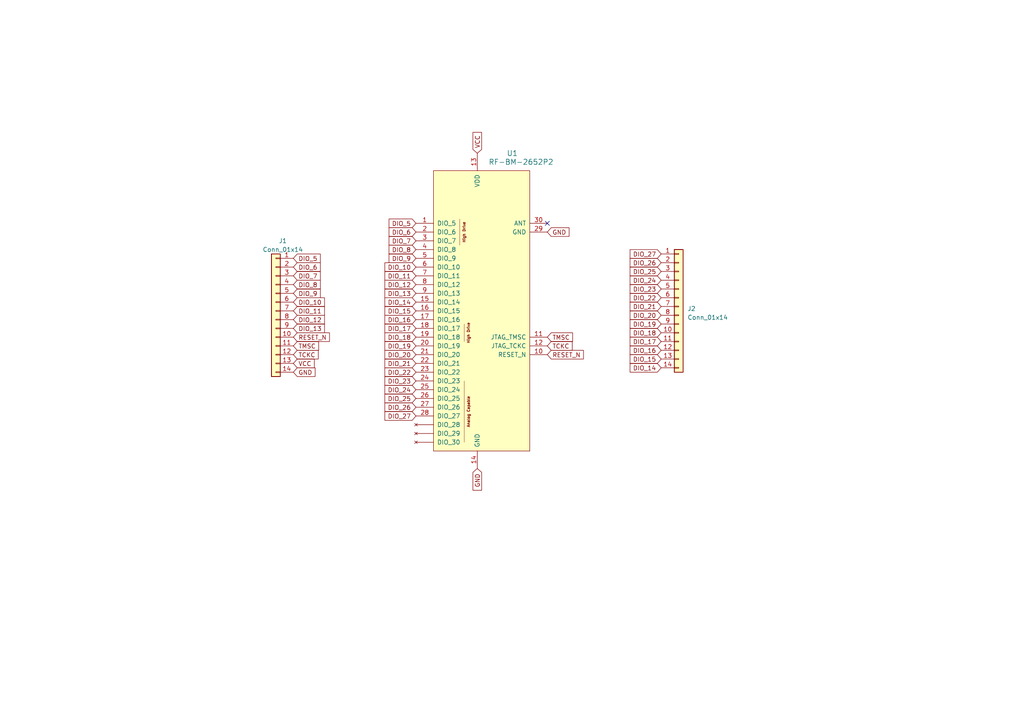
<source format=kicad_sch>
(kicad_sch (version 20210406) (generator eeschema)
  (paper "A4")
  (lib_symbols
    (symbol "Connector_Generic:Conn_01x14" (pin_names (offset 1.016) hide)
      (property "Reference" "J" (at 0 17.78 0))
      (property "Value" "Conn_01x14" (at 0 -20.32 0))
      (symbol "Conn_01x14_1_1"
        (rectangle (start -1.27 -17.653) (end 0 -17.907) (stroke (width 0.1524)))
        (rectangle (start -1.27 -15.113) (end 0 -15.367) (stroke (width 0.1524)))
        (rectangle (start -1.27 -12.573) (end 0 -12.827) (stroke (width 0.1524)))
        (rectangle (start -1.27 -10.033) (end 0 -10.287) (stroke (width 0.1524)))
        (rectangle (start -1.27 -7.493) (end 0 -7.747) (stroke (width 0.1524)))
        (rectangle (start -1.27 -4.953) (end 0 -5.207) (stroke (width 0.1524)))
        (rectangle (start -1.27 -2.413) (end 0 -2.667) (stroke (width 0.1524)))
        (rectangle (start -1.27 0.127) (end 0 -0.127) (stroke (width 0.1524)))
        (rectangle (start -1.27 2.667) (end 0 2.413) (stroke (width 0.1524)))
        (rectangle (start -1.27 5.207) (end 0 4.953) (stroke (width 0.1524)))
        (rectangle (start -1.27 7.747) (end 0 7.493) (stroke (width 0.1524)))
        (rectangle (start -1.27 10.287) (end 0 10.033) (stroke (width 0.1524)))
        (rectangle (start -1.27 12.827) (end 0 12.573) (stroke (width 0.1524)))
        (rectangle (start -1.27 15.367) (end 0 15.113) (stroke (width 0.1524)))
        (rectangle (start -1.27 16.51) (end 1.27 -19.05) (stroke (width 0.254)) (fill (type background)))
        (pin passive line (at -5.08 15.24 0) (length 3.81) (name "Pin_1") (number "1"))
        (pin passive line (at -5.08 -7.62 0) (length 3.81) (name "Pin_10") (number "10"))
        (pin passive line (at -5.08 -10.16 0) (length 3.81) (name "Pin_11") (number "11"))
        (pin passive line (at -5.08 -12.7 0) (length 3.81) (name "Pin_12") (number "12"))
        (pin passive line (at -5.08 -15.24 0) (length 3.81) (name "Pin_13") (number "13"))
        (pin passive line (at -5.08 -17.78 0) (length 3.81) (name "Pin_14") (number "14"))
        (pin passive line (at -5.08 12.7 0) (length 3.81) (name "Pin_2") (number "2"))
        (pin passive line (at -5.08 10.16 0) (length 3.81) (name "Pin_3") (number "3"))
        (pin passive line (at -5.08 7.62 0) (length 3.81) (name "Pin_4") (number "4"))
        (pin passive line (at -5.08 5.08 0) (length 3.81) (name "Pin_5") (number "5"))
        (pin passive line (at -5.08 2.54 0) (length 3.81) (name "Pin_6") (number "6"))
        (pin passive line (at -5.08 0 0) (length 3.81) (name "Pin_7") (number "7"))
        (pin passive line (at -5.08 -2.54 0) (length 3.81) (name "Pin_8") (number "8"))
        (pin passive line (at -5.08 -5.08 0) (length 3.81) (name "Pin_9") (number "9"))
      )
    )
    (symbol "Micron:RF-BM-2652P2" (pin_names (offset 1.016))
      (property "Reference" "U" (at -10.16 39.37 0))
      (property "Value" "RF-BM-2652P2" (at 10.16 -45.72 0))
      (symbol "RF-BM-2652P2_0_0"
        (text "Analog Capable" (at -2.54 -31.75 900) (effects (font (size 0.762 0.762))))
        (text "High Drive" (at -3.81 20.32 900) (effects (font (size 0.762 0.762))))
        (text "High Drive" (at -2.54 -8.89 900) (effects (font (size 0.762 0.762))))
      )
      (symbol "RF-BM-2652P2_0_1"
        (rectangle (start -12.7 38.1) (end 15.24 -43.18) (fill (type background)))
        (polyline (pts (xy -5.08 16.51) (xy -5.08 24.13)) (stroke (width 0.0762)))
        (polyline (pts (xy -3.81 -40.64) (xy -3.81 -22.86)) (stroke (width 0.0762)))
        (polyline (pts (xy -3.81 -11.43) (xy -3.81 -6.35)) (stroke (width 0.0762)))
      )
      (symbol "RF-BM-2652P2_1_1"
        (pin bidirectional line (at -17.78 22.86 0) (length 5.08) (name "DIO_5") (number "1"))
        (pin bidirectional line (at 20.32 -15.24 180) (length 5.08) (name "RESET_N") (number "10"))
        (pin bidirectional line (at 20.32 -10.16 180) (length 5.08) (name "JTAG_TMSC") (number "11"))
        (pin bidirectional line (at 20.32 -12.7 180) (length 5.08) (name "JTAG_TCKC") (number "12"))
        (pin power_in line (at 0 43.18 270) (length 5.08) (name "VDD") (number "13"))
        (pin power_in line (at 0 -48.26 90) (length 5.08) (name "GND") (number "14"))
        (pin bidirectional line (at -17.78 0 0) (length 5.08) (name "DIO_14") (number "15"))
        (pin bidirectional line (at -17.78 -2.54 0) (length 5.08) (name "DIO_15") (number "16"))
        (pin bidirectional line (at -17.78 -5.08 0) (length 5.08) (name "DIO_16") (number "17"))
        (pin bidirectional line (at -17.78 -7.62 0) (length 5.08) (name "DIO_17") (number "18"))
        (pin bidirectional line (at -17.78 -10.16 0) (length 5.08) (name "DIO_18") (number "19"))
        (pin bidirectional line (at -17.78 20.32 0) (length 5.08) (name "DIO_6") (number "2"))
        (pin bidirectional line (at -17.78 -12.7 0) (length 5.08) (name "DIO_19") (number "20"))
        (pin bidirectional line (at -17.78 -15.24 0) (length 5.08) (name "DIO_20") (number "21"))
        (pin bidirectional line (at -17.78 -17.78 0) (length 5.08) (name "DIO_21") (number "22"))
        (pin bidirectional line (at -17.78 -20.32 0) (length 5.08) (name "DIO_22") (number "23"))
        (pin bidirectional line (at -17.78 -22.86 0) (length 5.08) (name "DIO_23") (number "24"))
        (pin bidirectional line (at -17.78 -25.4 0) (length 5.08) (name "DIO_24") (number "25"))
        (pin bidirectional line (at -17.78 -27.94 0) (length 5.08) (name "DIO_25") (number "26"))
        (pin bidirectional line (at -17.78 -30.48 0) (length 5.08) (name "DIO_26") (number "27"))
        (pin bidirectional line (at -17.78 -33.02 0) (length 5.08) (name "DIO_27") (number "28"))
        (pin passive line (at 20.32 20.32 180) (length 5.08) (name "GND") (number "29"))
        (pin bidirectional line (at -17.78 17.78 0) (length 5.08) (name "DIO_7") (number "3"))
        (pin passive line (at 20.32 22.86 180) (length 5.08) (name "ANT") (number "30"))
        (pin bidirectional line (at -17.78 15.24 0) (length 5.08) (name "DIO_8") (number "4"))
        (pin bidirectional line (at -17.78 12.7 0) (length 5.08) (name "DIO_9") (number "5"))
        (pin bidirectional line (at -17.78 10.16 0) (length 5.08) (name "DIO_10") (number "6"))
        (pin bidirectional line (at -17.78 7.62 0) (length 5.08) (name "DIO_11") (number "7"))
        (pin bidirectional line (at -17.78 5.08 0) (length 5.08) (name "DIO_12") (number "8"))
        (pin bidirectional line (at -17.78 2.54 0) (length 5.08) (name "DIO_13") (number "9"))
        (pin no_connect line (at -17.78 -35.56 0) (length 5.08) (name "DIO_28") (number "~"))
        (pin no_connect line (at -17.78 -38.1 0) (length 5.08) (name "DIO_29") (number "~"))
        (pin no_connect line (at -17.78 -40.64 0) (length 5.08) (name "DIO_30") (number "~"))
      )
    )
  )
  (no_connect (at 158.75 64.77))
  (global_label "DIO_5" (shape input) (at 85.09 74.93 0) (property "Intersheet References" "${INTERSHEET_REFS}" (effects hide)))
  (global_label "DIO_6" (shape input) (at 85.09 77.47 0) (property "Intersheet References" "${INTERSHEET_REFS}" (effects hide)))
  (global_label "DIO_7" (shape input) (at 85.09 80.01 0) (property "Intersheet References" "${INTERSHEET_REFS}" (effects hide)))
  (global_label "DIO_8" (shape input) (at 85.09 82.55 0) (property "Intersheet References" "${INTERSHEET_REFS}" (effects hide)))
  (global_label "DIO_9" (shape input) (at 85.09 85.09 0) (property "Intersheet References" "${INTERSHEET_REFS}" (effects hide)))
  (global_label "DIO_10" (shape input) (at 85.09 87.63 0) (property "Intersheet References" "${INTERSHEET_REFS}" (effects hide)))
  (global_label "DIO_11" (shape input) (at 85.09 90.17 0) (property "Intersheet References" "${INTERSHEET_REFS}" (effects hide)))
  (global_label "DIO_12" (shape input) (at 85.09 92.71 0) (property "Intersheet References" "${INTERSHEET_REFS}" (effects hide)))
  (global_label "DIO_13" (shape input) (at 85.09 95.25 0) (property "Intersheet References" "${INTERSHEET_REFS}" (effects hide)))
  (global_label "RESET_N" (shape input) (at 85.09 97.79 0) (property "Intersheet References" "${INTERSHEET_REFS}" (effects hide)))
  (global_label "TMSC" (shape input) (at 85.09 100.33 0) (property "Intersheet References" "${INTERSHEET_REFS}" (effects hide)))
  (global_label "TCKC" (shape input) (at 85.09 102.87 0) (property "Intersheet References" "${INTERSHEET_REFS}" (effects hide)))
  (global_label "VCC" (shape input) (at 85.09 105.41 0) (property "Intersheet References" "${INTERSHEET_REFS}" (effects hide)))
  (global_label "GND" (shape input) (at 85.09 107.95 0) (property "Intersheet References" "${INTERSHEET_REFS}" (effects hide)))
  (global_label "DIO_5" (shape input) (at 120.65 64.77 180) (property "Intersheet References" "${INTERSHEET_REFS}" (effects hide)))
  (global_label "DIO_6" (shape input) (at 120.65 67.31 180) (property "Intersheet References" "${INTERSHEET_REFS}" (effects hide)))
  (global_label "DIO_7" (shape input) (at 120.65 69.85 180) (property "Intersheet References" "${INTERSHEET_REFS}" (effects hide)))
  (global_label "DIO_8" (shape input) (at 120.65 72.39 180) (property "Intersheet References" "${INTERSHEET_REFS}" (effects hide)))
  (global_label "DIO_9" (shape input) (at 120.65 74.93 180) (property "Intersheet References" "${INTERSHEET_REFS}" (effects hide)))
  (global_label "DIO_10" (shape input) (at 120.65 77.47 180) (property "Intersheet References" "${INTERSHEET_REFS}" (effects hide)))
  (global_label "DIO_11" (shape input) (at 120.65 80.01 180) (property "Intersheet References" "${INTERSHEET_REFS}" (effects hide)))
  (global_label "DIO_12" (shape input) (at 120.65 82.55 180) (property "Intersheet References" "${INTERSHEET_REFS}" (effects hide)))
  (global_label "DIO_13" (shape input) (at 120.65 85.09 180) (property "Intersheet References" "${INTERSHEET_REFS}" (effects hide)))
  (global_label "DIO_14" (shape input) (at 120.65 87.63 180) (property "Intersheet References" "${INTERSHEET_REFS}" (effects hide)))
  (global_label "DIO_15" (shape input) (at 120.65 90.17 180) (property "Intersheet References" "${INTERSHEET_REFS}" (effects hide)))
  (global_label "DIO_16" (shape input) (at 120.65 92.71 180) (property "Intersheet References" "${INTERSHEET_REFS}" (effects hide)))
  (global_label "DIO_17" (shape input) (at 120.65 95.25 180) (property "Intersheet References" "${INTERSHEET_REFS}" (effects hide)))
  (global_label "DIO_18" (shape input) (at 120.65 97.79 180) (property "Intersheet References" "${INTERSHEET_REFS}" (effects hide)))
  (global_label "DIO_19" (shape input) (at 120.65 100.33 180) (property "Intersheet References" "${INTERSHEET_REFS}" (effects hide)))
  (global_label "DIO_20" (shape input) (at 120.65 102.87 180) (property "Intersheet References" "${INTERSHEET_REFS}" (effects hide)))
  (global_label "DIO_21" (shape input) (at 120.65 105.41 180) (property "Intersheet References" "${INTERSHEET_REFS}" (effects hide)))
  (global_label "DIO_22" (shape input) (at 120.65 107.95 180) (property "Intersheet References" "${INTERSHEET_REFS}" (effects hide)))
  (global_label "DIO_23" (shape input) (at 120.65 110.49 180) (property "Intersheet References" "${INTERSHEET_REFS}" (effects hide)))
  (global_label "DIO_24" (shape input) (at 120.65 113.03 180) (property "Intersheet References" "${INTERSHEET_REFS}" (effects hide)))
  (global_label "DIO_25" (shape input) (at 120.65 115.57 180) (property "Intersheet References" "${INTERSHEET_REFS}" (effects hide)))
  (global_label "DIO_26" (shape input) (at 120.65 118.11 180) (property "Intersheet References" "${INTERSHEET_REFS}" (effects hide)))
  (global_label "DIO_27" (shape input) (at 120.65 120.65 180) (property "Intersheet References" "${INTERSHEET_REFS}" (effects hide)))
  (global_label "VCC" (shape input) (at 138.43 44.45 90) (property "Intersheet References" "${INTERSHEET_REFS}" (effects hide)))
  (global_label "GND" (shape input) (at 138.43 135.89 270) (property "Intersheet References" "${INTERSHEET_REFS}" (effects hide)))
  (global_label "GND" (shape input) (at 158.75 67.31 0) (property "Intersheet References" "${INTERSHEET_REFS}" (effects hide)))
  (global_label "TMSC" (shape input) (at 158.75 97.79 0) (property "Intersheet References" "${INTERSHEET_REFS}" (effects hide)))
  (global_label "TCKC" (shape input) (at 158.75 100.33 0) (property "Intersheet References" "${INTERSHEET_REFS}" (effects hide)))
  (global_label "RESET_N" (shape input) (at 158.75 102.87 0) (property "Intersheet References" "${INTERSHEET_REFS}" (effects hide)))
  (global_label "DIO_27" (shape input) (at 191.77 73.66 180) (property "Intersheet References" "${INTERSHEET_REFS}" (effects hide)))
  (global_label "DIO_26" (shape input) (at 191.77 76.2 180) (property "Intersheet References" "${INTERSHEET_REFS}" (effects hide)))
  (global_label "DIO_25" (shape input) (at 191.77 78.74 180) (property "Intersheet References" "${INTERSHEET_REFS}" (effects hide)))
  (global_label "DIO_24" (shape input) (at 191.77 81.28 180) (property "Intersheet References" "${INTERSHEET_REFS}" (effects hide)))
  (global_label "DIO_23" (shape input) (at 191.77 83.82 180) (property "Intersheet References" "${INTERSHEET_REFS}" (effects hide)))
  (global_label "DIO_22" (shape input) (at 191.77 86.36 180) (property "Intersheet References" "${INTERSHEET_REFS}" (effects hide)))
  (global_label "DIO_21" (shape input) (at 191.77 88.9 180) (property "Intersheet References" "${INTERSHEET_REFS}" (effects hide)))
  (global_label "DIO_20" (shape input) (at 191.77 91.44 180) (property "Intersheet References" "${INTERSHEET_REFS}" (effects hide)))
  (global_label "DIO_19" (shape input) (at 191.77 93.98 180) (property "Intersheet References" "${INTERSHEET_REFS}" (effects hide)))
  (global_label "DIO_18" (shape input) (at 191.77 96.52 180) (property "Intersheet References" "${INTERSHEET_REFS}" (effects hide)))
  (global_label "DIO_17" (shape input) (at 191.77 99.06 180) (property "Intersheet References" "${INTERSHEET_REFS}" (effects hide)))
  (global_label "DIO_16" (shape input) (at 191.77 101.6 180) (property "Intersheet References" "${INTERSHEET_REFS}" (effects hide)))
  (global_label "DIO_15" (shape input) (at 191.77 104.14 180) (property "Intersheet References" "${INTERSHEET_REFS}" (effects hide)))
  (global_label "DIO_14" (shape input) (at 191.77 106.68 180) (property "Intersheet References" "${INTERSHEET_REFS}" (effects hide)))
  (symbol (lib_id "Connector_Generic:Conn_01x14") (at 80.01 90.17 0) (mirror y) (unit 1)
    (property "Reference" "J1" (at 82.042 69.85 0))
    (property "Value" "Conn_01x14" (at 82.042 72.39 0))
    (property "Footprint" "Connector_PinHeader_2.54mm:PinHeader_1x14_P2.54mm_Vertical" (effects hide))
  )
  (symbol (lib_id "Connector_Generic:Conn_01x14") (at 196.85 88.9 0) (unit 1)
    (property "Reference" "J2" (at 199.39 89.5349 0) (effects (justify left)))
    (property "Value" "Conn_01x14" (at 199.39 92.0749 0) (effects (justify left)))
    (property "Footprint" "Connector_PinHeader_2.54mm:PinHeader_1x14_P2.54mm_Vertical" (effects hide))
  )
  (symbol (lib_id "Micron:RF-BM-2652P2") (at 138.43 87.63 0) (unit 1)
    (property "Reference" "U1" (at 148.59 44.45 0) (effects (font (size 1.524 1.524))))
    (property "Value" "RF-BM-2652P2" (at 151.13 46.99 0) (effects (font (size 1.524 1.524))))
    (property "Footprint" "Micron:RF-BM-2652P2" (effects hide))
    (property "Description" "RF TxRx+MCU 802.15.4, Bluetooth Bluetooth v5.0, Thread, Zigbee" (effects hide))
    (property "Manufacturer" "RF-star" (effects hide))
    (property "MPN" "RF-BM-2652P2" (effects hide))
  )
)
</source>
